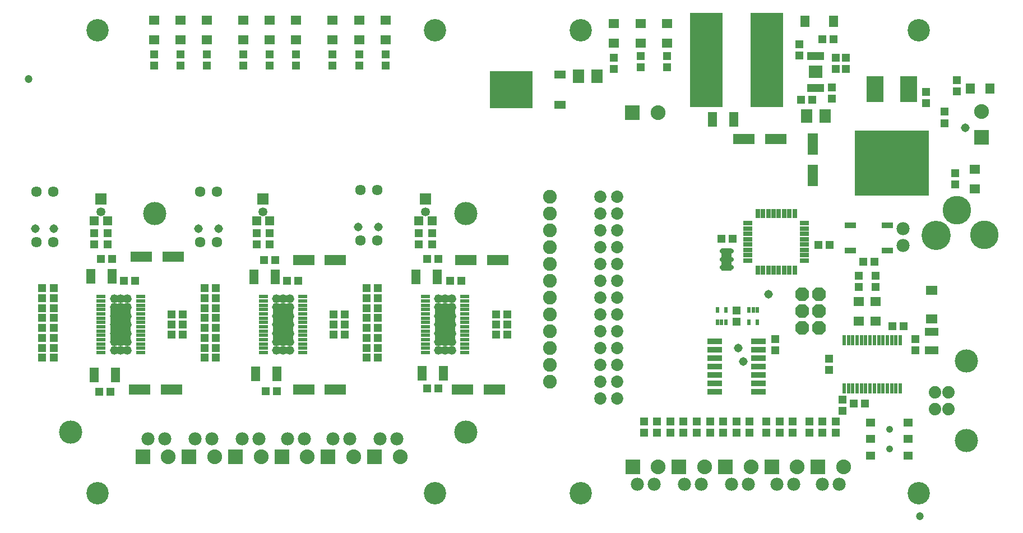
<source format=gbr>
G04 EAGLE Gerber RS-274X export*
G75*
%MOMM*%
%FSLAX34Y34*%
%LPD*%
%INSoldermask Top*%
%IPPOS*%
%AMOC8*
5,1,8,0,0,1.08239X$1,22.5*%
G01*
%ADD10R,1.303200X1.203200*%
%ADD11R,1.403200X2.203200*%
%ADD12R,3.203200X1.603200*%
%ADD13R,1.203200X1.303200*%
%ADD14R,1.403200X1.403200*%
%ADD15R,1.703200X1.803200*%
%ADD16R,1.473200X0.762000*%
%ADD17R,0.762000X1.473200*%
%ADD18R,1.727200X0.965200*%
%ADD19C,0.653200*%
%ADD20R,1.534156X3.495038*%
%ADD21R,0.551200X1.600200*%
%ADD22C,1.879600*%
%ADD23C,3.505200*%
%ADD24C,4.419200*%
%ADD25C,4.318000*%
%ADD26R,2.235200X2.235200*%
%ADD27C,2.235200*%
%ADD28R,0.623200X0.903200*%
%ADD29R,1.603200X1.403200*%
%ADD30R,2.003200X1.203200*%
%ADD31R,2.235200X0.863600*%
%ADD32R,2.523200X4.013200*%
%ADD33R,11.203200X9.853200*%
%ADD34R,2.108200X1.930400*%
%ADD35R,0.503200X1.223200*%
%ADD36R,1.803200X2.003200*%
%ADD37R,1.393200X0.563200*%
%ADD38C,1.320800*%
%ADD39R,3.100000X5.180000*%
%ADD40C,1.612800*%
%ADD41P,2.254402X8X292.500000*%
%ADD42R,1.473200X1.673200*%
%ADD43R,4.953200X14.203200*%
%ADD44R,1.803200X1.203200*%
%ADD45R,6.403200X5.603200*%
%ADD46R,1.603200X3.203200*%
%ADD47C,2.082800*%
%ADD48R,1.403200X1.603200*%
%ADD49R,1.673200X1.473200*%
%ADD50R,1.353200X1.203200*%
%ADD51C,1.053200*%
%ADD52C,3.378200*%
%ADD53C,1.203200*%
%ADD54C,1.854200*%
%ADD55C,1.981200*%
%ADD56C,1.311200*%
%ADD57C,1.346200*%


D10*
X258500Y330000D03*
X241500Y330000D03*
X258500Y315000D03*
X241500Y315000D03*
X258500Y300000D03*
X241500Y300000D03*
X132420Y213420D03*
X149420Y213420D03*
X135040Y413960D03*
X152040Y413960D03*
D11*
X151920Y388160D03*
X119920Y388160D03*
X157000Y239220D03*
X125000Y239220D03*
D10*
X46500Y310000D03*
X63500Y310000D03*
X63500Y325000D03*
X46500Y325000D03*
X46500Y295000D03*
X63500Y295000D03*
X63500Y280000D03*
X46500Y280000D03*
X63500Y370000D03*
X46500Y370000D03*
X46500Y340000D03*
X63500Y340000D03*
D12*
X196080Y417780D03*
X244080Y417780D03*
D10*
X63500Y355000D03*
X46500Y355000D03*
D13*
X145000Y453500D03*
X145000Y436500D03*
D10*
X63500Y265000D03*
X46500Y265000D03*
D14*
X125000Y471750D03*
D15*
X135000Y505000D03*
D14*
X145000Y471750D03*
D13*
X125000Y436500D03*
X125000Y453500D03*
D10*
X1286500Y410000D03*
X1303500Y410000D03*
X1071900Y445035D03*
X1088900Y445035D03*
X1236040Y435000D03*
X1219040Y435000D03*
D16*
X1112074Y468000D03*
X1112074Y460000D03*
X1112074Y452000D03*
X1112074Y444000D03*
X1112074Y436000D03*
X1112074Y428000D03*
X1112074Y420000D03*
X1112074Y412000D03*
D17*
X1127000Y397074D03*
X1135000Y397074D03*
X1143000Y397074D03*
X1151000Y397074D03*
X1159000Y397074D03*
X1167000Y397074D03*
X1175000Y397074D03*
X1183000Y397074D03*
D16*
X1197926Y412000D03*
X1197926Y420000D03*
X1197926Y428000D03*
X1197926Y436000D03*
X1197926Y444000D03*
X1197926Y452000D03*
X1197926Y460000D03*
X1197926Y468000D03*
D17*
X1183000Y482926D03*
X1175000Y482926D03*
X1167000Y482926D03*
X1159000Y482926D03*
X1151000Y482926D03*
X1143000Y482926D03*
X1135000Y482926D03*
X1127000Y482926D03*
D13*
X1235000Y263500D03*
X1235000Y246500D03*
D18*
X1267060Y465050D03*
X1322940Y465050D03*
X1267060Y426950D03*
X1322940Y426950D03*
D19*
X1087275Y425730D02*
X1072725Y425730D01*
X1072725Y413730D02*
X1087275Y413730D01*
X1087275Y401730D02*
X1072725Y401730D01*
D20*
X1079975Y413755D03*
D21*
X1257750Y291560D03*
X1264250Y291560D03*
X1270750Y291560D03*
X1277250Y291560D03*
X1283750Y291560D03*
X1290250Y291560D03*
X1296750Y291560D03*
X1309750Y291560D03*
X1303250Y291560D03*
X1316250Y291560D03*
X1322750Y291560D03*
X1329250Y291560D03*
X1335750Y291560D03*
X1342250Y291560D03*
X1257750Y218440D03*
X1264250Y218440D03*
X1270750Y218440D03*
X1277250Y218440D03*
X1283750Y218440D03*
X1290250Y218440D03*
X1296750Y218440D03*
X1303250Y218440D03*
X1309750Y218440D03*
X1316250Y218440D03*
X1322750Y218440D03*
X1329250Y218440D03*
X1335750Y218440D03*
X1342250Y218440D03*
D22*
X1395188Y212500D03*
X1395188Y187500D03*
X1415000Y187500D03*
X1415000Y212500D03*
D23*
X1442178Y260198D03*
X1442178Y139802D03*
D24*
X1396222Y450000D03*
D25*
X1469430Y450254D03*
X1428000Y487616D03*
D26*
X1465000Y598222D03*
D27*
X1465000Y636778D03*
D28*
X1126640Y318160D03*
X1113640Y318160D03*
X1126640Y337160D03*
X1113640Y337160D03*
X1120140Y337160D03*
D13*
X1365000Y276500D03*
X1365000Y293500D03*
D29*
X1280000Y350000D03*
X1280000Y320000D03*
X1305000Y350000D03*
X1305000Y320000D03*
D13*
X1305000Y371500D03*
X1305000Y388500D03*
X1280000Y371500D03*
X1280000Y388500D03*
X1015080Y168500D03*
X1015080Y151500D03*
X1075000Y168500D03*
X1075000Y151500D03*
X1205000Y168500D03*
X1205000Y151500D03*
X975160Y151500D03*
X975160Y168500D03*
X1035080Y151500D03*
X1035080Y168500D03*
X1095000Y151500D03*
X1095000Y168500D03*
X995160Y168500D03*
X995160Y151500D03*
X1055080Y168500D03*
X1055080Y151500D03*
X1115000Y168500D03*
X1115000Y151500D03*
X1140000Y168500D03*
X1140000Y151500D03*
X1225000Y151500D03*
X1225000Y168500D03*
X1245000Y168500D03*
X1245000Y151500D03*
X955160Y168500D03*
X955160Y151500D03*
X1180000Y168500D03*
X1180000Y151500D03*
X1160000Y151500D03*
X1160000Y168500D03*
D26*
X938222Y100000D03*
D27*
X976778Y100000D03*
D26*
X1008222Y100000D03*
D27*
X1046778Y100000D03*
D26*
X1078222Y100000D03*
D27*
X1116778Y100000D03*
D26*
X1218222Y100000D03*
D27*
X1256778Y100000D03*
D26*
X1148222Y100000D03*
D27*
X1186778Y100000D03*
D30*
X1390000Y276000D03*
X1390000Y304000D03*
D31*
X1061853Y289450D03*
X1061853Y276750D03*
X1061853Y264050D03*
X1061853Y251350D03*
X1061853Y238650D03*
X1061853Y225950D03*
X1061853Y213250D03*
X1128147Y213250D03*
X1128147Y225950D03*
X1128147Y238650D03*
X1128147Y251350D03*
X1128147Y264050D03*
X1128147Y276750D03*
X1128147Y289450D03*
D13*
X1094740Y319160D03*
X1094740Y336160D03*
X1153160Y292980D03*
X1153160Y275980D03*
D26*
X268222Y115000D03*
D27*
X306778Y115000D03*
D26*
X198222Y115000D03*
D27*
X236778Y115000D03*
D29*
X255000Y745000D03*
X255000Y775000D03*
X215000Y745000D03*
X215000Y775000D03*
X295000Y745000D03*
X295000Y775000D03*
D13*
X295000Y723500D03*
X295000Y706500D03*
X215000Y723500D03*
X215000Y706500D03*
X255000Y723500D03*
X255000Y706500D03*
D29*
X390000Y745000D03*
X390000Y775000D03*
X350000Y745000D03*
X350000Y775000D03*
X430000Y745000D03*
X430000Y775000D03*
D13*
X430000Y723500D03*
X430000Y706500D03*
X350000Y723500D03*
X350000Y706500D03*
X390000Y723500D03*
X390000Y706500D03*
D29*
X525000Y745000D03*
X525000Y775000D03*
X485000Y745000D03*
X485000Y775000D03*
X565000Y745000D03*
X565000Y775000D03*
D13*
X565000Y723500D03*
X565000Y706500D03*
X485000Y723500D03*
X485000Y706500D03*
X525000Y723500D03*
X525000Y706500D03*
D29*
X910000Y740000D03*
X910000Y770000D03*
D13*
X910000Y718500D03*
X910000Y701500D03*
D29*
X950000Y740000D03*
X950000Y770000D03*
D13*
X950000Y721040D03*
X950000Y704040D03*
D29*
X990000Y740000D03*
X990000Y770000D03*
D13*
X990000Y721040D03*
X990000Y704040D03*
D32*
X1355400Y670450D03*
X1304600Y670450D03*
D33*
X1330000Y558750D03*
D13*
X1381200Y649200D03*
X1381200Y666200D03*
D29*
X1455000Y550000D03*
X1455000Y520000D03*
D13*
X1425000Y543500D03*
X1425000Y526500D03*
X1408900Y619500D03*
X1408900Y636500D03*
D34*
X1214400Y696800D03*
D35*
X1214400Y672800D03*
X1214400Y720800D03*
X1209400Y720800D03*
X1204400Y720800D03*
X1219400Y720800D03*
X1224400Y720800D03*
X1219400Y672800D03*
X1224400Y672800D03*
X1209400Y672800D03*
X1204400Y672800D03*
D36*
X1201000Y630000D03*
X1229000Y630000D03*
D13*
X1190000Y721500D03*
X1190000Y738500D03*
X1239000Y656500D03*
X1239000Y673500D03*
X1245000Y718500D03*
X1245000Y701500D03*
D37*
X135300Y357250D03*
X135300Y350750D03*
X135300Y344250D03*
X135300Y337750D03*
X135300Y331250D03*
X135300Y324750D03*
X135300Y318250D03*
X135300Y311750D03*
X135300Y305250D03*
X135300Y298750D03*
X135300Y292250D03*
X135300Y285750D03*
X135300Y279250D03*
X135300Y272750D03*
X194700Y357250D03*
X194700Y350750D03*
X194700Y344250D03*
X194700Y337750D03*
X194700Y331250D03*
X194700Y324750D03*
X194700Y318250D03*
X194700Y311750D03*
X194700Y305250D03*
X194700Y298750D03*
X194700Y292250D03*
X194700Y285750D03*
X194700Y279250D03*
X194700Y272750D03*
D38*
X165000Y315000D03*
D39*
X165000Y315000D03*
D38*
X175000Y315000D03*
X155000Y315000D03*
X175000Y302000D03*
X175000Y289000D03*
X175000Y276000D03*
X165000Y302000D03*
X165000Y289000D03*
X165000Y276000D03*
X155000Y302000D03*
X155000Y289000D03*
X155000Y276000D03*
X155000Y328000D03*
X155000Y354000D03*
X155000Y341000D03*
X165000Y354000D03*
X175000Y354000D03*
X175000Y341000D03*
X175000Y328000D03*
X165000Y341000D03*
X165000Y328000D03*
D40*
X37220Y439520D03*
X62620Y439520D03*
X62620Y515720D03*
X37220Y515720D03*
D12*
X193540Y217300D03*
X241540Y217300D03*
D10*
X503500Y330000D03*
X486500Y330000D03*
X503500Y315000D03*
X486500Y315000D03*
X503500Y300000D03*
X486500Y300000D03*
X383880Y214580D03*
X400880Y214580D03*
X381420Y412800D03*
X398420Y412800D03*
D11*
X398300Y387000D03*
X366300Y387000D03*
X400840Y240380D03*
X368840Y240380D03*
D10*
X291500Y325000D03*
X308500Y325000D03*
X308500Y310000D03*
X291500Y310000D03*
X291500Y295000D03*
X308500Y295000D03*
X308500Y280000D03*
X291500Y280000D03*
X308500Y370000D03*
X291500Y370000D03*
X291500Y340000D03*
X308500Y340000D03*
D12*
X441080Y412700D03*
X489080Y412700D03*
D10*
X308500Y355000D03*
X291500Y355000D03*
D13*
X390000Y453500D03*
X390000Y436500D03*
D10*
X308500Y265000D03*
X291500Y265000D03*
D14*
X370000Y471750D03*
D15*
X380000Y505000D03*
D14*
X390000Y471750D03*
D13*
X370000Y436500D03*
X370000Y453500D03*
D26*
X408222Y115000D03*
D27*
X446778Y115000D03*
D26*
X338222Y115000D03*
D27*
X376778Y115000D03*
D37*
X380300Y357250D03*
X380300Y350750D03*
X380300Y344250D03*
X380300Y337750D03*
X380300Y331250D03*
X380300Y324750D03*
X380300Y318250D03*
X380300Y311750D03*
X380300Y305250D03*
X380300Y298750D03*
X380300Y292250D03*
X380300Y285750D03*
X380300Y279250D03*
X380300Y272750D03*
X439700Y357250D03*
X439700Y350750D03*
X439700Y344250D03*
X439700Y337750D03*
X439700Y331250D03*
X439700Y324750D03*
X439700Y318250D03*
X439700Y311750D03*
X439700Y305250D03*
X439700Y298750D03*
X439700Y292250D03*
X439700Y285750D03*
X439700Y279250D03*
X439700Y272750D03*
D38*
X410000Y315000D03*
D39*
X410000Y315000D03*
D38*
X420000Y315000D03*
X400000Y315000D03*
X420000Y302000D03*
X420000Y289000D03*
X420000Y276000D03*
X410000Y302000D03*
X410000Y289000D03*
X410000Y276000D03*
X400000Y302000D03*
X400000Y289000D03*
X400000Y276000D03*
X400000Y328000D03*
X400000Y354000D03*
X400000Y341000D03*
X410000Y354000D03*
X420000Y354000D03*
X420000Y341000D03*
X420000Y328000D03*
X410000Y341000D03*
X410000Y328000D03*
D40*
X284760Y439520D03*
X310160Y439520D03*
X310160Y515720D03*
X284760Y515720D03*
D12*
X441080Y217300D03*
X489080Y217300D03*
D10*
X748500Y330000D03*
X731500Y330000D03*
X748500Y315000D03*
X731500Y315000D03*
X748500Y300000D03*
X731500Y300000D03*
X627720Y218280D03*
X644720Y218280D03*
X627800Y414180D03*
X644800Y414180D03*
D11*
X643140Y386840D03*
X611140Y386840D03*
X652300Y241540D03*
X620300Y241540D03*
D10*
X536500Y325000D03*
X553500Y325000D03*
X553500Y310000D03*
X536500Y310000D03*
X536500Y280000D03*
X553500Y280000D03*
X553500Y295000D03*
X536500Y295000D03*
X553500Y370000D03*
X536500Y370000D03*
X536500Y340000D03*
X553500Y340000D03*
D12*
X686080Y412700D03*
X734080Y412700D03*
D10*
X553500Y355000D03*
X536500Y355000D03*
D13*
X635000Y453500D03*
X635000Y436500D03*
D10*
X553500Y265000D03*
X536500Y265000D03*
D14*
X615000Y471750D03*
D15*
X625000Y505000D03*
D14*
X635000Y471750D03*
D13*
X615000Y436500D03*
X615000Y453500D03*
D26*
X548222Y115000D03*
D27*
X586778Y115000D03*
D26*
X478222Y115000D03*
D27*
X516778Y115000D03*
D37*
X625300Y357250D03*
X625300Y350750D03*
X625300Y344250D03*
X625300Y337750D03*
X625300Y331250D03*
X625300Y324750D03*
X625300Y318250D03*
X625300Y311750D03*
X625300Y305250D03*
X625300Y298750D03*
X625300Y292250D03*
X625300Y285750D03*
X625300Y279250D03*
X625300Y272750D03*
X684700Y357250D03*
X684700Y350750D03*
X684700Y344250D03*
X684700Y337750D03*
X684700Y331250D03*
X684700Y324750D03*
X684700Y318250D03*
X684700Y311750D03*
X684700Y305250D03*
X684700Y298750D03*
X684700Y292250D03*
X684700Y285750D03*
X684700Y279250D03*
X684700Y272750D03*
D38*
X655000Y315000D03*
D39*
X655000Y315000D03*
D38*
X665000Y315000D03*
X645000Y315000D03*
X665000Y302000D03*
X665000Y289000D03*
X665000Y276000D03*
X655000Y302000D03*
X655000Y289000D03*
X655000Y276000D03*
X645000Y302000D03*
X645000Y289000D03*
X645000Y276000D03*
X645000Y328000D03*
X645000Y354000D03*
X645000Y341000D03*
X655000Y354000D03*
X665000Y354000D03*
X665000Y341000D03*
X665000Y328000D03*
X655000Y341000D03*
X655000Y328000D03*
D40*
X527220Y442060D03*
X552620Y442060D03*
X552620Y518260D03*
X527220Y518260D03*
D12*
X681000Y217300D03*
X729000Y217300D03*
D41*
X1193800Y360680D03*
X1219200Y360680D03*
X1193800Y335280D03*
X1219200Y335280D03*
X1193800Y309880D03*
X1219200Y309880D03*
D42*
X1241500Y773080D03*
X1198500Y773080D03*
D13*
X1260000Y718500D03*
X1260000Y701500D03*
D10*
X1241500Y746080D03*
X1224500Y746080D03*
X1209500Y655000D03*
X1192500Y655000D03*
D43*
X1141000Y715000D03*
X1049000Y715000D03*
D11*
X1059000Y625000D03*
X1091000Y625000D03*
D12*
X1106000Y595000D03*
X1154000Y595000D03*
D44*
X828000Y647200D03*
X828000Y692800D03*
D45*
X755000Y670000D03*
D46*
X1210000Y588000D03*
X1210000Y540000D03*
D36*
X856000Y690000D03*
X884000Y690000D03*
D26*
X938022Y635000D03*
D27*
X976578Y635000D03*
D47*
X812800Y228600D03*
X812800Y254000D03*
X812800Y279400D03*
X812800Y304800D03*
X812800Y330200D03*
X812800Y355600D03*
X812800Y381000D03*
X812800Y406400D03*
X812800Y431800D03*
X812800Y457200D03*
X812800Y482600D03*
X812800Y508000D03*
D48*
X1448000Y672000D03*
X1478000Y672000D03*
D13*
X1428000Y667500D03*
X1428000Y684500D03*
D49*
X1390000Y323500D03*
X1390000Y366500D03*
D50*
X1297630Y167240D03*
X1297630Y142240D03*
X1297630Y117240D03*
X1354130Y167240D03*
X1354130Y142240D03*
X1354130Y117240D03*
D51*
X1325880Y157240D03*
X1325880Y127240D03*
D52*
X640000Y60000D03*
X860000Y60000D03*
X1370000Y60000D03*
X130000Y60000D03*
X640000Y760000D03*
X860000Y760000D03*
X1370000Y760000D03*
X130000Y760000D03*
D10*
X186300Y381000D03*
X169300Y381000D03*
X432680Y381000D03*
X415680Y381000D03*
X679060Y381000D03*
X662060Y381000D03*
D53*
X25400Y685800D03*
X1371600Y25400D03*
D10*
X1271660Y195580D03*
X1288660Y195580D03*
D13*
X1254760Y184540D03*
X1254760Y201540D03*
D10*
X1330080Y312420D03*
X1347080Y312420D03*
D54*
X889000Y508000D03*
X889000Y482600D03*
X889000Y457200D03*
X889000Y431800D03*
X889000Y406400D03*
X889000Y381000D03*
X889000Y355600D03*
X889000Y330200D03*
X889000Y304800D03*
X889000Y279400D03*
X889000Y254000D03*
X889000Y228600D03*
X889000Y203200D03*
X914400Y203200D03*
X914400Y228600D03*
X914400Y254000D03*
X914400Y279400D03*
X914400Y304800D03*
X914400Y330200D03*
X914400Y355600D03*
X914400Y381000D03*
X914400Y406400D03*
X914400Y431800D03*
X914400Y457200D03*
X914400Y482600D03*
X914400Y508000D03*
D28*
X1066015Y337160D03*
X1079015Y337160D03*
X1066015Y318160D03*
X1079015Y318160D03*
X1072515Y318160D03*
D23*
X685800Y482600D03*
X685800Y152400D03*
X215900Y482600D03*
X88900Y152400D03*
D55*
X1346200Y459740D03*
X1224280Y73660D03*
X1155700Y73660D03*
D56*
X63500Y459740D03*
X35560Y459740D03*
D57*
X135000Y485000D03*
D55*
X1346200Y434340D03*
D56*
X1097280Y279400D03*
X1143000Y360680D03*
X1104900Y259080D03*
D55*
X970280Y73660D03*
X1041400Y73660D03*
X1112520Y73660D03*
X1249680Y73660D03*
X1181100Y73660D03*
D56*
X1440180Y612140D03*
D55*
X205740Y142240D03*
X231140Y142240D03*
X276860Y142240D03*
X302260Y142240D03*
D56*
X312420Y459740D03*
X281940Y459740D03*
D57*
X380000Y485000D03*
D55*
X347980Y142240D03*
X373380Y142240D03*
X416560Y142240D03*
X441960Y142240D03*
D56*
X553720Y462280D03*
X523240Y462280D03*
D57*
X625000Y485000D03*
D55*
X485140Y142240D03*
X510540Y142240D03*
X556260Y142240D03*
X581660Y142240D03*
X1016000Y73660D03*
X944880Y73660D03*
X1087120Y73660D03*
M02*

</source>
